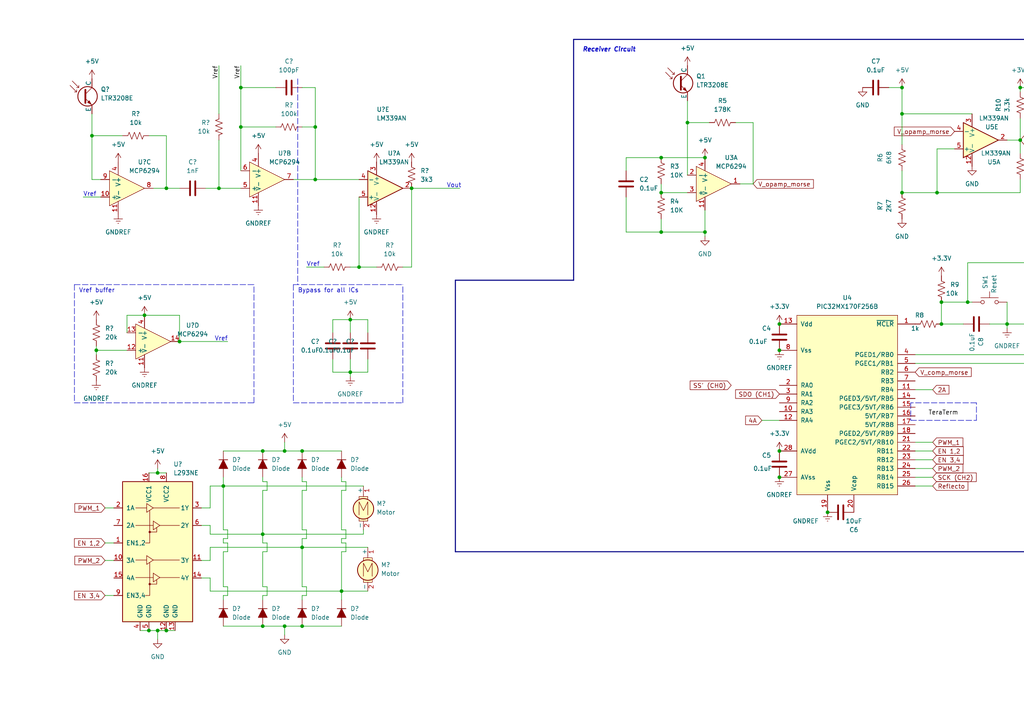
<source format=kicad_sch>
(kicad_sch (version 20211123) (generator eeschema)
  (paper "A4")
  (lib_symbols
    (symbol "218 spdl:Diode" (pin_numbers hide) (pin_names (offset 1.016) hide)
      (property "Reference" "D" (at 0 2.54 0))
      (property "Value" "Diode" (at 0 -2.54 0))
      (symbol "Diode_0_1"
        (polyline (pts (xy -1.27 1.27) (xy -1.27 -1.27)) (stroke (width 0.2032)))
        (polyline (pts (xy 1.27 0) (xy -1.27 0)))
        (polyline (pts (xy 1.27 1.27) (xy 1.27 -1.27) (xy -1.27 0) (xy 1.27 1.27)) (stroke (width 0.2032)) (fill (type outline)))
      )
      (symbol "Diode_1_1"
        (pin passive line (at -3.81 0 0) (length 2.54) (name "K") (number "1"))
        (pin passive line (at 3.81 0 180) (length 2.54) (name "A") (number "2"))
      )
    )
    (symbol "218 spdl:L293NE" (pin_names (offset 1.016))
      (property "Reference" "U" (at -5.08 26.035 0))
      (property "Value" "L293NE" (at -5.08 24.13 0))
      (symbol "L293NE_0_1"
        (rectangle (start -10.16 22.86) (end 10.16 -17.78) (stroke (width 0.254)) (fill (type background)))
        (circle (center -2.286 -6.858) (radius 0.254) (fill (type outline)))
        (circle (center -2.286 8.255) (radius 0.254) (fill (type outline)))
        (polyline (pts (xy -6.35 -4.953) (xy -1.27 -4.953)))
        (polyline (pts (xy -6.35 0.127) (xy -3.175 0.127)))
        (polyline (pts (xy -6.35 10.16) (xy -1.27 10.16)))
        (polyline (pts (xy -6.35 15.24) (xy -3.175 15.24)))
        (polyline (pts (xy -1.27 0.127) (xy 6.35 0.127)))
        (polyline (pts (xy -1.27 15.24) (xy 6.35 15.24)))
        (polyline (pts (xy 0.635 -4.953) (xy 6.35 -4.953)))
        (polyline (pts (xy 0.635 10.16) (xy 6.35 10.16)))
        (polyline (pts (xy -2.286 -6.858) (xy -0.254 -6.858) (xy -0.254 -5.588)))
        (polyline (pts (xy -2.286 -0.635) (xy -2.286 -10.16) (xy -3.556 -10.16)))
        (polyline (pts (xy -2.286 8.255) (xy -0.254 8.255) (xy -0.254 9.525)))
        (polyline (pts (xy -2.286 14.478) (xy -2.286 5.08) (xy -3.556 5.08)))
        (polyline (pts (xy -3.175 1.397) (xy -3.175 -1.143) (xy -1.27 0.127) (xy -3.175 1.397)))
        (polyline (pts (xy -3.175 16.51) (xy -3.175 13.97) (xy -1.27 15.24) (xy -3.175 16.51)))
        (polyline (pts (xy -1.27 -3.683) (xy -1.27 -6.223) (xy 0.635 -4.953) (xy -1.27 -3.683)))
        (polyline (pts (xy -1.27 11.43) (xy -1.27 8.89) (xy 0.635 10.16) (xy -1.27 11.43)))
      )
      (symbol "L293NE_1_1"
        (pin input line (at -12.7 5.08 0) (length 2.54) (name "EN1,2") (number "1"))
        (pin input line (at -12.7 0 0) (length 2.54) (name "3A") (number "10"))
        (pin output line (at 12.7 0 180) (length 2.54) (name "3Y") (number "11"))
        (pin power_in line (at 2.54 -20.32 90) (length 2.54) (name "GND") (number "12"))
        (pin power_in line (at 5.08 -20.32 90) (length 2.54) (name "GND") (number "13"))
        (pin output line (at 12.7 -5.08 180) (length 2.54) (name "4Y") (number "14"))
        (pin input line (at -12.7 -5.08 0) (length 2.54) (name "4A") (number "15"))
        (pin power_in line (at -2.54 25.4 270) (length 2.54) (name "VCC1") (number "16"))
        (pin input line (at -12.7 15.24 0) (length 2.54) (name "1A") (number "2"))
        (pin output line (at 12.7 15.24 180) (length 2.54) (name "1Y") (number "3"))
        (pin power_in line (at -5.08 -20.32 90) (length 2.54) (name "GND") (number "4"))
        (pin power_in line (at -2.54 -20.32 90) (length 2.54) (name "GND") (number "5"))
        (pin output line (at 12.7 10.16 180) (length 2.54) (name "2Y") (number "6"))
        (pin input line (at -12.7 10.16 0) (length 2.54) (name "2A") (number "7"))
        (pin power_in line (at 2.54 25.4 270) (length 2.54) (name "VCC2") (number "8"))
        (pin input line (at -12.7 -10.16 0) (length 2.54) (name "EN3,4") (number "9"))
      )
    )
    (symbol "218 spdl:Motor" (pin_names (offset 0))
      (property "Reference" "M" (at 2.54 2.54 0))
      (property "Value" "Motor" (at 2.54 -5.08 0))
      (symbol "Motor_0_0"
        (circle (center 0 -1.524) (radius 2.9718) (stroke (width 0.254)) (fill (type background)))
        (polyline (pts (xy -1.27 -4.318) (xy -1.27 -5.08) (xy 1.27 -5.08) (xy 1.27 -4.318)) (fill (type background)))
        (polyline (pts (xy -1.27 1.27) (xy -1.27 2.032) (xy 1.27 2.032) (xy 1.27 1.27)) (fill (type background)))
        (polyline (pts (xy -1.27 -3.302) (xy -1.27 0.508) (xy 0 -2.032) (xy 1.27 0.508) (xy 1.27 -3.302)))
      )
      (symbol "Motor_0_1"
        (polyline (pts (xy 0 2.032) (xy 0 2.54)))
      )
      (symbol "Motor_1_1"
        (pin passive line (at 0 5.08 270) (length 2.54) (name "+") (number "1"))
        (pin passive line (at 0 -7.62 90) (length 2.54) (name "-") (number "2"))
      )
    )
    (symbol "ME218_BaseLib:Cap" (pin_numbers hide) (pin_names (offset 0.254))
      (property "Reference" "C" (at 0.635 2.54 0))
      (property "Value" "Cap" (at 0.635 -2.54 0))
      (symbol "Cap_0_1"
        (polyline (pts (xy -2.032 -0.762) (xy 2.032 -0.762)) (stroke (width 0.508)))
        (polyline (pts (xy -2.032 0.762) (xy 2.032 0.762)) (stroke (width 0.508)))
      )
      (symbol "Cap_1_1"
        (pin passive line (at 0 3.81 270) (length 2.794) (name "~") (number "1"))
        (pin passive line (at 0 -3.81 90) (length 2.794) (name "~") (number "2"))
      )
    )
    (symbol "ME218_BaseLib:LM339AN" (pin_names (offset 0.127))
      (property "Reference" "U" (at 0 5.08 0))
      (property "Value" "LM339AN" (at 0 -5.08 0))
      (symbol "LM339AN_1_1"
        (polyline (pts (xy -5.08 5.08) (xy 5.08 0) (xy -5.08 -5.08) (xy -5.08 5.08)) (stroke (width 0.254)) (fill (type background)))
        (pin open_collector line (at 7.62 0 180) (length 2.54) (name "~") (number "2"))
        (pin input line (at -7.62 -2.54 0) (length 2.54) (name "-") (number "4"))
        (pin input line (at -7.62 2.54 0) (length 2.54) (name "+") (number "5"))
      )
      (symbol "LM339AN_2_1"
        (polyline (pts (xy -5.08 5.08) (xy 5.08 0) (xy -5.08 -5.08) (xy -5.08 5.08)) (stroke (width 0.254)) (fill (type background)))
        (pin open_collector line (at 7.62 0 180) (length 2.54) (name "~") (number "1"))
        (pin input line (at -7.62 -2.54 0) (length 2.54) (name "-") (number "6"))
        (pin input line (at -7.62 2.54 0) (length 2.54) (name "+") (number "7"))
      )
      (symbol "LM339AN_3_1"
        (polyline (pts (xy -5.08 5.08) (xy 5.08 0) (xy -5.08 -5.08) (xy -5.08 5.08)) (stroke (width 0.254)) (fill (type background)))
        (pin input line (at -7.62 -2.54 0) (length 2.54) (name "-") (number "10"))
        (pin input line (at -7.62 2.54 0) (length 2.54) (name "+") (number "11"))
        (pin open_collector line (at 7.62 0 180) (length 2.54) (name "~") (number "13"))
      )
      (symbol "LM339AN_4_1"
        (polyline (pts (xy -5.08 5.08) (xy 5.08 0) (xy -5.08 -5.08) (xy -5.08 5.08)) (stroke (width 0.254)) (fill (type background)))
        (pin open_collector line (at 7.62 0 180) (length 2.54) (name "~") (number "14"))
        (pin input line (at -7.62 -2.54 0) (length 2.54) (name "-") (number "8"))
        (pin input line (at -7.62 2.54 0) (length 2.54) (name "+") (number "9"))
      )
      (symbol "LM339AN_5_1"
        (pin power_in line (at -2.54 -7.62 90) (length 3.81) (name "V-") (number "12"))
        (pin power_in line (at -2.54 7.62 270) (length 3.81) (name "V+") (number "3"))
      )
    )
    (symbol "ME218_BaseLib:MCP6294"
      (property "Reference" "U" (at 1.27 5.08 0))
      (property "Value" "MCP6294" (at 3.81 -5.08 0))
      (symbol "MCP6294_0_1"
        (polyline (pts (xy -5.08 5.08) (xy 5.08 0) (xy -5.08 -5.08) (xy -5.08 5.08)) (stroke (width 0.1524)) (fill (type background)))
        (pin power_in line (at -2.54 -7.62 90) (length 3.81) (name "V-") (number "11"))
        (pin power_in line (at -2.54 7.62 270) (length 3.81) (name "V+") (number "4"))
      )
      (symbol "MCP6294_1_1"
        (pin output line (at 7.62 0 180) (length 2.54) (name "~") (number "1"))
        (pin input line (at -7.62 2.54 0) (length 2.54) (name "-") (number "2"))
        (pin input line (at -7.62 -2.54 0) (length 2.54) (name "+") (number "3"))
      )
      (symbol "MCP6294_2_1"
        (pin input line (at -7.62 -2.54 0) (length 2.54) (name "+") (number "5"))
        (pin input line (at -7.62 2.54 0) (length 2.54) (name "-") (number "6"))
        (pin output line (at 7.62 0 180) (length 2.54) (name "~") (number "7"))
      )
      (symbol "MCP6294_3_1"
        (pin input line (at -7.62 -2.54 0) (length 2.54) (name "+") (number "10"))
        (pin output line (at 7.62 0 180) (length 2.54) (name "~") (number "8"))
        (pin input line (at -7.62 2.54 0) (length 2.54) (name "-") (number "9"))
      )
      (symbol "MCP6294_4_1"
        (pin input line (at -7.62 -2.54 0) (length 2.54) (name "+") (number "12"))
        (pin input line (at -7.62 2.54 0) (length 2.54) (name "-") (number "13"))
        (pin output line (at 7.62 0 180) (length 2.54) (name "~") (number "14"))
      )
    )
    (symbol "ME218_BaseLib:MPLAB_Snap" (pin_names (offset 1.016))
      (property "Reference" "PRG" (at 0 8.89 0))
      (property "Value" "MPLAB_Snap" (at 8.89 1.27 90))
      (symbol "MPLAB_Snap_0_1"
        (rectangle (start -6.35 7.62) (end 6.35 -7.62) (stroke (width 0.254)) (fill (type background)))
      )
      (symbol "MPLAB_Snap_1_1"
        (pin output line (at -11.43 5.08 0) (length 5.08) (name "~{MCLR}/Vpp") (number "1"))
        (pin input line (at -11.43 2.54 0) (length 5.08) (name "Vdd") (number "2"))
        (pin input line (at -11.43 0 0) (length 5.08) (name "Vss") (number "3"))
        (pin bidirectional line (at -11.43 -2.54 0) (length 5.08) (name "PGData") (number "4"))
        (pin output clock (at -11.43 -5.08 0) (length 5.08) (name "PGClk") (number "5"))
        (pin no_connect line (at -2.54 -11.43 0) (length 5.08) hide (name "NC") (number "6"))
        (pin no_connect line (at -2.54 -13.97 0) (length 5.08) hide (name "NC") (number "7"))
        (pin no_connect line (at -2.54 -16.51 0) (length 5.08) hide (name "NC") (number "8"))
      )
    )
    (symbol "ME218_BaseLib:PIC32MX170F256B" (pin_names (offset 1.016))
      (property "Reference" "U" (at -20.32 25.4 0))
      (property "Value" "PIC32MX170F256B" (at -7.62 25.4 0))
      (symbol "PIC32MX170F256B_0_1"
        (rectangle (start -21.59 24.13) (end 7.62 -27.94) (fill (type background)))
      )
      (symbol "PIC32MX170F256B_1_1"
        (pin input line (at 12.7 21.59 180) (length 5.08) (name "~{MCLR}") (number "1"))
        (pin bidirectional line (at -26.67 -3.81 0) (length 5.08) (name "RA3") (number "10"))
        (pin bidirectional line (at 12.7 2.54 180) (length 5.08) (name "RB4") (number "11"))
        (pin bidirectional line (at -26.67 -6.35 0) (length 5.08) (name "RA4") (number "12"))
        (pin power_in line (at -26.67 21.59 0) (length 5.08) (name "Vdd") (number "13"))
        (pin bidirectional line (at 12.7 0 180) (length 5.08) (name "PGED3/5VT/RB5") (number "14"))
        (pin bidirectional line (at 12.7 -2.54 180) (length 5.08) (name "PGEC3/5VT/RB6") (number "15"))
        (pin bidirectional line (at 12.7 -5.08 180) (length 5.08) (name "5VT/RB7") (number "16"))
        (pin bidirectional line (at 12.7 -7.62 180) (length 5.08) (name "5VT/RB8") (number "17"))
        (pin bidirectional line (at 12.7 -10.16 180) (length 5.08) (name "PGED2/5VT/RB9") (number "18"))
        (pin power_in line (at -12.7 -33.02 90) (length 5.08) (name "Vss") (number "19"))
        (pin bidirectional line (at -26.67 3.81 0) (length 5.08) (name "RA0") (number "2"))
        (pin input line (at -5.08 -33.02 90) (length 5.08) (name "Vcap") (number "20"))
        (pin bidirectional line (at 12.7 -12.7 180) (length 5.08) (name "PGEC2/5VT/RB10") (number "21"))
        (pin bidirectional line (at 12.7 -15.24 180) (length 5.08) (name "RB11") (number "22"))
        (pin bidirectional line (at 12.7 -17.78 180) (length 5.08) (name "RB12") (number "23"))
        (pin bidirectional line (at 12.7 -20.32 180) (length 5.08) (name "RB13") (number "24"))
        (pin bidirectional line (at 12.7 -22.86 180) (length 5.08) (name "RB14") (number "25"))
        (pin bidirectional line (at 12.7 -25.4 180) (length 5.08) (name "RB15") (number "26"))
        (pin power_in line (at -26.67 -22.86 0) (length 5.08) (name "AVss") (number "27"))
        (pin power_in line (at -26.67 -15.24 0) (length 5.08) (name "AVdd") (number "28"))
        (pin bidirectional line (at -26.67 1.27 0) (length 5.08) (name "RA1") (number "3"))
        (pin bidirectional line (at 12.7 12.7 180) (length 5.08) (name "PGED1/RB0") (number "4"))
        (pin bidirectional line (at 12.7 10.16 180) (length 5.08) (name "PGEC1/RB1") (number "5"))
        (pin bidirectional line (at 12.7 7.62 180) (length 5.08) (name "RB2") (number "6"))
        (pin bidirectional line (at 12.7 5.08 180) (length 5.08) (name "RB3") (number "7"))
        (pin power_in line (at -26.67 13.97 0) (length 5.08) (name "Vss") (number "8"))
        (pin bidirectional line (at -26.67 -1.27 0) (length 5.08) (name "RA2") (number "9"))
      )
    )
    (symbol "ME218_BaseLib:Photo_NPN" (pin_numbers hide) (pin_names (offset 0))
      (property "Reference" "Q" (at 5.08 1.27 0))
      (property "Value" "Photo_NPN" (at 5.08 -1.27 0))
      (symbol "Photo_NPN_0_1"
        (polyline (pts (xy -1.905 1.27) (xy -2.54 1.27)))
        (polyline (pts (xy -1.27 2.54) (xy -1.905 2.54)))
        (polyline (pts (xy 0.635 0.635) (xy 2.54 2.54)))
        (polyline (pts (xy -3.81 3.175) (xy -1.905 1.27) (xy -1.905 1.905)))
        (polyline (pts (xy -3.175 4.445) (xy -1.27 2.54) (xy -1.27 3.175)))
        (polyline (pts (xy 0.635 -0.635) (xy 2.54 -2.54) (xy 2.54 -2.54)))
        (polyline (pts (xy 0.635 1.905) (xy 0.635 -1.905) (xy 0.635 -1.905)) (stroke (width 0.508)))
        (polyline (pts (xy 1.27 -1.778) (xy 1.778 -1.27) (xy 2.286 -2.286) (xy 1.27 -1.778) (xy 1.27 -1.778)) (fill (type outline)))
        (circle (center 1.27 0) (radius 2.8194) (stroke (width 0.254)))
      )
      (symbol "Photo_NPN_1_1"
        (pin passive line (at 2.54 5.08 270) (length 2.54) (name "C") (number "1"))
        (pin passive line (at 2.54 -5.08 90) (length 2.54) (name "E") (number "2"))
      )
    )
    (symbol "ME218_BaseLib:Res1" (pin_numbers hide) (pin_names (offset 0))
      (property "Reference" "R" (at 2.54 0 90))
      (property "Value" "Res1" (at -2.54 0 90))
      (symbol "Res1_0_1"
        (polyline (pts (xy 0 -2.286) (xy 0 -2.54)))
        (polyline (pts (xy 0 2.286) (xy 0 2.54)))
        (polyline (pts (xy 0 -0.762) (xy 1.016 -1.143) (xy 0 -1.524) (xy -1.016 -1.905) (xy 0 -2.286)))
        (polyline (pts (xy 0 0.762) (xy 1.016 0.381) (xy 0 0) (xy -1.016 -0.381) (xy 0 -0.762)))
        (polyline (pts (xy 0 2.286) (xy 1.016 1.905) (xy 0 1.524) (xy -1.016 1.143) (xy 0 0.762)))
      )
      (symbol "Res1_1_1"
        (pin passive line (at 0 3.81 270) (length 1.27) (name "~") (number "1"))
        (pin passive line (at 0 -3.81 90) (length 1.27) (name "~") (number "2"))
      )
    )
    (symbol "ME218_BaseLib:SW-PB" (pin_numbers hide) (pin_names (offset 1.016) hide)
      (property "Reference" "SW" (at 1.27 2.54 0))
      (property "Value" "SW-PB" (at 0 -1.524 0))
      (symbol "SW-PB_0_1"
        (circle (center -2.032 0) (radius 0.508))
        (polyline (pts (xy 0 1.27) (xy 0 3.048)))
        (polyline (pts (xy 2.54 1.27) (xy -2.54 1.27)))
        (circle (center 2.032 0) (radius 0.508))
        (pin passive line (at -5.08 0 0) (length 2.54) (name "1") (number "1"))
        (pin passive line (at 5.08 0 180) (length 2.54) (name "2") (number "2"))
      )
    )
    (symbol "power:+3.3V" (power) (pin_names (offset 0))
      (property "Value" "+3.3V" (at 0 3.556 0))
      (symbol "+3.3V_0_1"
        (polyline (pts (xy -0.762 1.27) (xy 0 2.54)))
        (polyline (pts (xy 0 0) (xy 0 2.54)))
        (polyline (pts (xy 0 2.54) (xy 0.762 1.27)))
      )
      (symbol "+3.3V_1_1"
        (pin power_in line (at 0 0 90) (length 0) hide (name "+3.3V") (number "1"))
      )
    )
    (symbol "power:+3V3" (power) (pin_names (offset 0))
      (property "Value" "+3V3" (at 0 3.556 0))
      (symbol "+3V3_0_1"
        (polyline (pts (xy -0.762 1.27) (xy 0 2.54)))
        (polyline (pts (xy 0 0) (xy 0 2.54)))
        (polyline (pts (xy 0 2.54) (xy 0.762 1.27)))
      )
      (symbol "+3V3_1_1"
        (pin power_in line (at 0 0 90) (length 0) hide (name "+3V3") (number "1"))
      )
    )
    (symbol "power:+5V" (power) (pin_names (offset 0))
      (property "Value" "+5V" (at 0 3.556 0))
      (symbol "+5V_0_1"
        (polyline (pts (xy -0.762 1.27) (xy 0 2.54)))
        (polyline (pts (xy 0 0) (xy 0 2.54)))
        (polyline (pts (xy 0 2.54) (xy 0.762 1.27)))
      )
      (symbol "+5V_1_1"
        (pin power_in line (at 0 0 90) (length 0) hide (name "+5V") (number "1"))
      )
    )
    (symbol "power:GND" (power) (pin_names (offset 0))
      (property "Value" "GND" (at 0 -3.81 0))
      (symbol "GND_0_1"
        (polyline (pts (xy 0 0) (xy 0 -1.27) (xy 1.27 -1.27) (xy 0 -2.54) (xy -1.27 -1.27) (xy 0 -1.27)))
      )
      (symbol "GND_1_1"
        (pin power_in line (at 0 0 270) (length 0) hide (name "GND") (number "1"))
      )
    )
    (symbol "power:GNDREF" (power) (pin_names (offset 0))
      (property "Value" "GNDREF" (at 0 -3.81 0))
      (symbol "GNDREF_0_1"
        (polyline (pts (xy -0.635 -1.905) (xy 0.635 -1.905)))
        (polyline (pts (xy -0.127 -2.54) (xy 0.127 -2.54)))
        (polyline (pts (xy 0 -1.27) (xy 0 0)))
        (polyline (pts (xy 1.27 -1.27) (xy -1.27 -1.27)))
      )
      (symbol "GNDREF_1_1"
        (pin power_in line (at 0 0 270) (length 0) hide (name "GNDREF") (number "1"))
      )
    )
  )
  (junction (at 204.47 45.72))
  (junction (at 199.39 35.56))
  (junction (at 76.2 181.61))
  (junction (at 226.06 130.81))
  (junction (at 204.47 67.31))
  (junction (at 48.26 182.88))
  (junction (at 273.05 93.98))
  (junction (at 261.62 33.02))
  (junction (at 280.67 87.63))
  (junction (at 91.44 36.83))
  (junction (at 41.91 91.44))
  (junction (at 191.77 55.88))
  (junction (at 87.63 181.61))
  (junction (at 191.77 45.72))
  (junction (at 101.6 107.95))
  (junction (at 82.55 181.61))
  (junction (at 261.62 55.88))
  (junction (at 226.06 93.98))
  (junction (at 91.44 52.07))
  (junction (at 240.03 148.59))
  (junction (at 226.06 138.43))
  (junction (at 45.72 182.88))
  (junction (at 87.63 130.81))
  (junction (at 76.2 130.81))
  (junction (at 295.91 40.64))
  (junction (at 261.62 25.4))
  (junction (at 63.5 54.61))
  (junction (at 295.91 25.4))
  (junction (at 119.38 54.61))
  (junction (at 226.06 101.6))
  (junction (at 82.55 130.81))
  (junction (at 27.94 101.6))
  (junction (at 292.1 93.98))
  (junction (at 99.06 171.45))
  (junction (at 43.18 182.88))
  (junction (at 64.77 140.97))
  (junction (at 69.85 36.83))
  (junction (at 48.26 54.61))
  (junction (at 69.85 25.4))
  (junction (at 45.72 137.16))
  (junction (at 271.78 55.88))
  (junction (at 87.63 158.75))
  (junction (at 191.77 67.31))
  (junction (at 26.67 39.37))
  (junction (at 101.6 92.71))
  (junction (at 104.14 77.47))
  (junction (at 76.2 154.94))
  (junction (at 273.05 87.63))
  (junction (at 52.07 99.06))
  (wire (pts (xy 91.44 52.07) (xy 104.14 52.07)))
  (wire (pts (xy 91.44 36.83) (xy 91.44 52.07)))
  (wire (pts (xy 45.72 182.88) (xy 48.26 182.88)))
  (wire (pts (xy 88.9 153.67) (xy 88.9 156.21)))
  (wire (pts (xy 43.18 137.16) (xy 45.72 137.16)))
  (wire (pts (xy 271.78 43.18) (xy 276.86 43.18)))
  (wire (pts (xy 106.68 104.14) (xy 106.68 107.95)))
  (wire (pts (xy 41.91 91.44) (xy 52.07 91.44)))
  (wire (pts (xy 82.55 128.27) (xy 82.55 130.81)))
  (wire (pts (xy 69.85 19.05) (xy 69.85 25.4)))
  (wire (pts (xy 261.62 25.4) (xy 261.62 33.02)))
  (wire (pts (xy 58.42 167.64) (xy 60.96 167.64)))
  (wire (pts (xy 308.61 97.79) (xy 306.07 97.79)))
  (wire (pts (xy 76.2 170.18) (xy 76.2 160.02)))
  (wire (pts (xy 280.67 87.63) (xy 273.05 87.63)))
  (wire (pts (xy 271.78 55.88) (xy 295.91 55.88)))
  (wire (pts (xy 100.33 157.48) (xy 100.33 160.02)))
  (wire (pts (xy 99.06 153.67) (xy 100.33 153.67)))
  (wire (pts (xy 87.63 25.4) (xy 91.44 25.4)))
  (wire (pts (xy 30.48 147.32) (xy 33.02 147.32)))
  (wire (pts (xy 261.62 41.91) (xy 261.62 33.02)))
  (wire (pts (xy 281.94 87.63) (xy 280.67 87.63)))
  (wire (pts (xy 58.42 162.56) (xy 60.96 162.56)))
  (wire (pts (xy 100.33 139.7) (xy 100.33 142.24)))
  (wire (pts (xy 64.77 160.02) (xy 66.04 160.02)))
  (wire (pts (xy 91.44 25.4) (xy 91.44 36.83)))
  (wire (pts (xy 26.67 39.37) (xy 35.56 39.37)))
  (wire (pts (xy 295.91 26.67) (xy 295.91 25.4)))
  (wire (pts (xy 69.85 49.53) (xy 69.85 36.83)))
  (wire (pts (xy 77.47 139.7) (xy 77.47 142.24)))
  (wire (pts (xy 181.61 45.72) (xy 191.77 45.72)))
  (wire (pts (xy 77.47 172.72) (xy 77.47 170.18)))
  (wire (pts (xy 26.67 52.07) (xy 29.21 52.07)))
  (wire (pts (xy 116.84 77.47) (xy 119.38 77.47)))
  (wire (pts (xy 181.61 57.15) (xy 181.61 67.31)))
  (wire (pts (xy 308.61 95.25) (xy 308.61 76.2)))
  (wire (pts (xy 76.2 181.61) (xy 82.55 181.61)))
  (wire (pts (xy 64.77 170.18) (xy 64.77 160.02)))
  (wire (pts (xy 60.96 140.97) (xy 64.77 140.97)))
  (wire (pts (xy 199.39 35.56) (xy 205.74 35.56)))
  (wire (pts (xy 265.43 138.43) (xy 270.51 138.43)))
  (wire (pts (xy 64.77 140.97) (xy 105.41 140.97)))
  (wire (pts (xy 77.47 157.48) (xy 76.2 157.48)))
  (wire (pts (xy 295.91 25.4) (xy 302.26 25.4)))
  (wire (pts (xy 87.63 173.99) (xy 87.63 172.72)))
  (wire (pts (xy 45.72 137.16) (xy 48.26 137.16)))
  (wire (pts (xy 273.05 93.98) (xy 279.4 93.98)))
  (wire (pts (xy 303.53 93.98) (xy 303.53 100.33)))
  (wire (pts (xy 27.94 101.6) (xy 27.94 102.87)))
  (wire (pts (xy 76.2 154.94) (xy 76.2 157.48)))
  (wire (pts (xy 101.6 104.14) (xy 101.6 107.95)))
  (wire (pts (xy 87.63 158.75) (xy 106.68 158.75)))
  (polyline (pts (xy 116.84 116.84) (xy 116.84 82.55)))
  (wire (pts (xy 308.61 100.33) (xy 303.53 100.33)))
  (wire (pts (xy 265.43 102.87) (xy 308.61 102.87)))
  (wire (pts (xy 76.2 173.99) (xy 76.2 172.72)))
  (wire (pts (xy 100.33 153.67) (xy 100.33 156.21)))
  (wire (pts (xy 60.96 154.94) (xy 60.96 152.4)))
  (wire (pts (xy 306.07 93.98) (xy 306.07 97.79)))
  (wire (pts (xy 96.52 107.95) (xy 101.6 107.95)))
  (bus (pts (xy 166.37 11.43) (xy 327.66 11.43)))
  (wire (pts (xy 60.96 171.45) (xy 99.06 171.45)))
  (wire (pts (xy 100.33 160.02) (xy 99.06 160.02)))
  (wire (pts (xy 265.43 130.81) (xy 270.51 130.81)))
  (wire (pts (xy 43.18 182.88) (xy 45.72 182.88)))
  (wire (pts (xy 181.61 67.31) (xy 191.77 67.31)))
  (wire (pts (xy 295.91 44.45) (xy 295.91 40.64)))
  (wire (pts (xy 82.55 181.61) (xy 87.63 181.61)))
  (wire (pts (xy 191.77 55.88) (xy 199.39 55.88)))
  (wire (pts (xy 99.06 160.02) (xy 99.06 171.45)))
  (polyline (pts (xy 21.59 82.55) (xy 21.59 116.84)))
  (polyline (pts (xy 21.59 116.84) (xy 73.66 116.84)))
  (polyline (pts (xy 86.36 22.86) (xy 86.36 82.55)))
  (wire (pts (xy 66.04 157.48) (xy 64.77 157.48)))
  (wire (pts (xy 52.07 99.06) (xy 66.04 99.06)))
  (wire (pts (xy 99.06 156.21) (xy 99.06 157.48)))
  (wire (pts (xy 60.96 162.56) (xy 60.96 158.75)))
  (wire (pts (xy 66.04 153.67) (xy 64.77 153.67)))
  (wire (pts (xy 87.63 153.67) (xy 88.9 153.67)))
  (wire (pts (xy 63.5 40.64) (xy 63.5 54.61)))
  (wire (pts (xy 191.77 45.72) (xy 204.47 45.72)))
  (polyline (pts (xy 73.66 116.84) (xy 73.66 82.55)))
  (wire (pts (xy 99.06 171.45) (xy 106.68 171.45)))
  (wire (pts (xy 261.62 49.53) (xy 261.62 55.88)))
  (wire (pts (xy 104.14 57.15) (xy 104.14 77.47)))
  (polyline (pts (xy 85.09 82.55) (xy 85.09 116.84)))
  (wire (pts (xy 30.48 162.56) (xy 33.02 162.56)))
  (wire (pts (xy 36.83 96.52) (xy 36.83 91.44)))
  (polyline (pts (xy 85.09 116.84) (xy 116.84 116.84)))
  (wire (pts (xy 45.72 182.88) (xy 45.72 185.42)))
  (wire (pts (xy 64.77 172.72) (xy 66.04 172.72)))
  (bus (pts (xy 166.37 81.28) (xy 132.08 81.28)))
  (wire (pts (xy 218.44 53.34) (xy 214.63 53.34)))
  (wire (pts (xy 88.9 170.18) (xy 87.63 170.18)))
  (wire (pts (xy 64.77 157.48) (xy 64.77 156.21)))
  (wire (pts (xy 43.18 39.37) (xy 48.26 39.37)))
  (wire (pts (xy 77.47 142.24) (xy 76.2 142.24)))
  (bus (pts (xy 132.08 160.02) (xy 327.66 160.02)))
  (wire (pts (xy 181.61 49.53) (xy 181.61 45.72)))
  (wire (pts (xy 218.44 35.56) (xy 218.44 53.34)))
  (wire (pts (xy 280.67 76.2) (xy 280.67 87.63)))
  (wire (pts (xy 87.63 181.61) (xy 99.06 181.61)))
  (wire (pts (xy 101.6 92.71) (xy 106.68 92.71)))
  (wire (pts (xy 26.67 39.37) (xy 26.67 52.07)))
  (bus (pts (xy 327.66 160.02) (xy 327.66 11.43)))
  (wire (pts (xy 87.63 138.43) (xy 87.63 139.7)))
  (wire (pts (xy 101.6 92.71) (xy 101.6 96.52)))
  (wire (pts (xy 101.6 109.22) (xy 101.6 107.95)))
  (wire (pts (xy 24.13 57.15) (xy 29.21 57.15)))
  (polyline (pts (xy 283.21 121.92) (xy 283.21 116.84)))
  (wire (pts (xy 76.2 138.43) (xy 76.2 139.7)))
  (wire (pts (xy 87.63 142.24) (xy 87.63 153.67)))
  (wire (pts (xy 265.43 128.27) (xy 270.51 128.27)))
  (wire (pts (xy 87.63 36.83) (xy 91.44 36.83)))
  (wire (pts (xy 101.6 107.95) (xy 106.68 107.95)))
  (wire (pts (xy 265.43 133.35) (xy 270.51 133.35)))
  (wire (pts (xy 60.96 152.4) (xy 58.42 152.4)))
  (wire (pts (xy 104.14 77.47) (xy 109.22 77.47)))
  (wire (pts (xy 48.26 39.37) (xy 48.26 54.61)))
  (wire (pts (xy 292.1 93.98) (xy 303.53 93.98)))
  (wire (pts (xy 213.36 35.56) (xy 218.44 35.56)))
  (wire (pts (xy 82.55 181.61) (xy 82.55 184.15)))
  (polyline (pts (xy 85.09 82.55) (xy 116.84 82.55)))
  (wire (pts (xy 96.52 104.14) (xy 96.52 107.95)))
  (wire (pts (xy 99.06 171.45) (xy 99.06 173.99)))
  (wire (pts (xy 64.77 140.97) (xy 64.77 153.67)))
  (polyline (pts (xy 264.16 116.84) (xy 264.16 121.92)))
  (wire (pts (xy 199.39 35.56) (xy 199.39 50.8)))
  (bus (pts (xy 166.37 11.43) (xy 166.37 81.28)))
  (wire (pts (xy 64.77 138.43) (xy 64.77 140.97)))
  (wire (pts (xy 26.67 33.02) (xy 26.67 39.37)))
  (polyline (pts (xy 264.16 121.92) (xy 283.21 121.92)))
  (wire (pts (xy 76.2 139.7) (xy 77.47 139.7)))
  (wire (pts (xy 261.62 55.88) (xy 271.78 55.88)))
  (wire (pts (xy 52.07 91.44) (xy 52.07 99.06)))
  (wire (pts (xy 96.52 92.71) (xy 96.52 96.52)))
  (wire (pts (xy 191.77 53.34) (xy 191.77 55.88)))
  (wire (pts (xy 88.9 172.72) (xy 88.9 170.18)))
  (wire (pts (xy 99.06 138.43) (xy 99.06 139.7)))
  (wire (pts (xy 48.26 54.61) (xy 52.07 54.61)))
  (wire (pts (xy 87.63 158.75) (xy 87.63 170.18)))
  (wire (pts (xy 119.38 54.61) (xy 133.35 54.61)))
  (polyline (pts (xy 21.59 82.55) (xy 73.66 82.55)))
  (wire (pts (xy 85.09 52.07) (xy 91.44 52.07)))
  (wire (pts (xy 87.63 156.21) (xy 87.63 158.75)))
  (wire (pts (xy 60.96 147.32) (xy 60.96 140.97)))
  (wire (pts (xy 295.91 40.64) (xy 292.1 40.64)))
  (wire (pts (xy 88.9 142.24) (xy 87.63 142.24)))
  (wire (pts (xy 119.38 54.61) (xy 119.38 77.47)))
  (wire (pts (xy 77.47 170.18) (xy 76.2 170.18)))
  (wire (pts (xy 87.63 172.72) (xy 88.9 172.72)))
  (wire (pts (xy 60.96 167.64) (xy 60.96 171.45)))
  (wire (pts (xy 63.5 54.61) (xy 69.85 54.61)))
  (polyline (pts (xy 283.21 116.84) (xy 264.16 116.84)))
  (wire (pts (xy 69.85 25.4) (xy 69.85 36.83)))
  (wire (pts (xy 48.26 182.88) (xy 50.8 182.88)))
  (wire (pts (xy 30.48 172.72) (xy 33.02 172.72)))
  (wire (pts (xy 220.98 121.92) (xy 226.06 121.92)))
  (wire (pts (xy 105.41 153.67) (xy 105.41 154.94)))
  (wire (pts (xy 80.01 25.4) (xy 69.85 25.4)))
  (wire (pts (xy 64.77 156.21) (xy 66.04 156.21)))
  (wire (pts (xy 204.47 68.58) (xy 204.47 67.31)))
  (wire (pts (xy 99.06 157.48) (xy 100.33 157.48)))
  (wire (pts (xy 76.2 130.81) (xy 82.55 130.81)))
  (wire (pts (xy 295.91 34.29) (xy 295.91 40.64)))
  (wire (pts (xy 88.9 156.21) (xy 87.63 156.21)))
  (wire (pts (xy 99.06 139.7) (xy 100.33 139.7)))
  (wire (pts (xy 295.91 55.88) (xy 295.91 52.07)))
  (wire (pts (xy 292.1 87.63) (xy 292.1 93.98)))
  (wire (pts (xy 66.04 172.72) (xy 66.04 170.18)))
  (wire (pts (xy 64.77 173.99) (xy 64.77 172.72)))
  (wire (pts (xy 87.63 139.7) (xy 88.9 139.7)))
  (wire (pts (xy 44.45 54.61) (xy 48.26 54.61)))
  (wire (pts (xy 292.1 93.98) (xy 292.1 95.25)))
  (wire (pts (xy 27.94 101.6) (xy 36.83 101.6)))
  (wire (pts (xy 76.2 172.72) (xy 77.47 172.72)))
  (wire (pts (xy 77.47 160.02) (xy 77.47 157.48)))
  (wire (pts (xy 100.33 156.21) (xy 99.06 156.21)))
  (wire (pts (xy 88.9 139.7) (xy 88.9 142.24)))
  (wire (pts (xy 265.43 135.89) (xy 270.51 135.89)))
  (wire (pts (xy 265.43 105.41) (xy 308.61 105.41)))
  (wire (pts (xy 60.96 154.94) (xy 76.2 154.94)))
  (wire (pts (xy 63.5 19.05) (xy 63.5 33.02)))
  (wire (pts (xy 66.04 156.21) (xy 66.04 153.67)))
  (wire (pts (xy 58.42 147.32) (xy 60.96 147.32)))
  (wire (pts (xy 273.05 87.63) (xy 273.05 93.98)))
  (wire (pts (xy 101.6 77.47) (xy 104.14 77.47)))
  (wire (pts (xy 265.43 140.97) (xy 270.51 140.97)))
  (wire (pts (xy 36.83 91.44) (xy 41.91 91.44)))
  (bus (pts (xy 132.08 81.28) (xy 132.08 160.02)))
  (wire (pts (xy 76.2 154.94) (xy 105.41 154.94)))
  (wire (pts (xy 99.06 142.24) (xy 99.06 153.67)))
  (wire (pts (xy 199.39 29.21) (xy 199.39 35.56)))
  (wire (pts (xy 106.68 92.71) (xy 106.68 96.52)))
  (wire (pts (xy 82.55 130.81) (xy 87.63 130.81)))
  (wire (pts (xy 271.78 43.18) (xy 271.78 55.88)))
  (wire (pts (xy 45.72 135.89) (xy 45.72 137.16)))
  (wire (pts (xy 40.64 182.88) (xy 43.18 182.88)))
  (wire (pts (xy 87.63 130.81) (xy 99.06 130.81)))
  (wire (pts (xy 76.2 142.24) (xy 76.2 154.94)))
  (wire (pts (xy 287.02 93.98) (xy 292.1 93.98)))
  (wire (pts (xy 261.62 33.02) (xy 281.94 33.02)))
  (wire (pts (xy 191.77 63.5) (xy 191.77 67.31)))
  (wire (pts (xy 60.96 158.75) (xy 87.63 158.75)))
  (wire (pts (xy 30.48 157.48) (xy 33.02 157.48)))
  (wire (pts (xy 257.81 25.4) (xy 261.62 25.4)))
  (wire (pts (xy 100.33 142.24) (xy 99.06 142.24)))
  (wire (pts (xy 64.77 181.61) (xy 76.2 181.61)))
  (wire (pts (xy 76.2 160.02) (xy 77.47 160.02)))
  (wire (pts (xy 204.47 67.31) (xy 204.47 60.96)))
  (wire (pts (xy 88.9 77.47) (xy 93.98 77.47)))
  (wire (pts (xy 59.69 54.61) (xy 63.5 54.61)))
  (wire (pts (xy 66.04 170.18) (xy 64.77 170.18)))
  (wire (pts (xy 265.43 113.03) (xy 270.51 113.03)))
  (wire (pts (xy 280.67 76.2) (xy 308.61 76.2)))
  (wire (pts (xy 69.85 36.83) (xy 80.01 36.83)))
  (wire (pts (xy 66.04 160.02) (xy 66.04 157.48)))
  (wire (pts (xy 27.94 100.33) (xy 27.94 101.6)))
  (wire (pts (xy 64.77 130.81) (xy 76.2 130.81)))
  (wire (pts (xy 191.77 67.31) (xy 204.47 67.31)))
  (wire (pts (xy 96.52 92.71) (xy 101.6 92.71)))
  (text "Vref" (at 62.23 99.06 0) (effects (font (size 1.27 1.27)) (justify left bottom)))
  (text "Receiver Circuit" (at 168.91 15.24 0) (effects (font (size 1.27 1.27) (thickness 0.254) bold italic) (justify left bottom)))
  (text "Vref" (at 24.13 57.15 0) (effects (font (size 1.27 1.27)) (justify left bottom)))
  (text "Vout" (at 129.54 54.61 0) (effects (font (size 1.27 1.27)) (justify left bottom)))
  (text "Vref buffer" (at 22.86 85.09 0) (effects (font (size 1.27 1.27)) (justify left bottom)))
  (text "Bypass for all ICs\n" (at 86.36 85.09 0) (effects (font (size 1.27 1.27)) (justify left bottom)))
  (text "Vref" (at 88.9 77.47 0) (effects (font (size 1.27 1.27)) (justify left bottom)))
  (label "Vref" (at 63.5 22.86 90))
  (label "TeraTerm" (at 269.24 120.65 0))
  (label "Vref" (at 69.85 22.86 90))
  (global_label "EN 3,4" (shape input) (at 270.51 133.35 0) (property "Intersheet References" "${INTERSHEET_REFS}" (effects hide)))
  (global_label "EN 3,4" (shape input) (at 30.48 172.72 180) (property "Intersheet References" "${INTERSHEET_REFS}" (effects hide)))
  (global_label "SS' (CH0)" (shape input) (at 212.09 111.76 180) (property "Intersheet References" "${INTERSHEET_REFS}" (effects hide)))
  (global_label "2A" (shape input) (at 270.51 113.03 0) (property "Intersheet References" "${INTERSHEET_REFS}" (effects hide)))
  (global_label "EN 1,2" (shape input) (at 30.48 157.48 180) (property "Intersheet References" "${INTERSHEET_REFS}" (effects hide)))
  (global_label "V_comp_morse" (shape input) (at 295.91 40.64 0) (property "Intersheet References" "${INTERSHEET_REFS}" (effects hide)))
  (global_label "V_opamp_morse" (shape input) (at 218.44 53.34 0) (property "Intersheet References" "${INTERSHEET_REFS}" (effects hide)))
  (global_label "Reflecto" (shape input) (at 270.51 140.97 0) (property "Intersheet References" "${INTERSHEET_REFS}" (effects hide)))
  (global_label "V_opamp_morse" (shape input) (at 276.86 38.1 180) (property "Intersheet References" "${INTERSHEET_REFS}" (effects hide)))
  (global_label "4A" (shape input) (at 220.98 121.92 180) (property "Intersheet References" "${INTERSHEET_REFS}" (effects hide)))
  (global_label "V_comp_morse" (shape input) (at 265.43 107.95 0) (property "Intersheet References" "${INTERSHEET_REFS}" (effects hide)))
  (global_label "EN 1,2" (shape input) (at 270.51 130.81 0) (property "Intersheet References" "${INTERSHEET_REFS}" (effects hide)))
  (global_label "PWM_1" (shape input) (at 270.51 128.27 0) (property "Intersheet References" "${INTERSHEET_REFS}" (effects hide)))
  (global_label "PWM_2" (shape input) (at 30.48 162.56 180) (property "Intersheet References" "${INTERSHEET_REFS}" (effects hide)))
  (global_label "SDO (CH1)" (shape input) (at 226.06 114.3 180) (property "Intersheet References" "${INTERSHEET_REFS}" (effects hide)))
  (global_label "PWM_2" (shape input) (at 270.51 135.89 0) (property "Intersheet References" "${INTERSHEET_REFS}" (effects hide)))
  (global_label "PWM_1" (shape input) (at 30.48 147.32 180) (property "Intersheet References" "${INTERSHEET_REFS}" (effects hide)))
  (global_label "SCK (CH2)" (shape input) (at 270.51 138.43 0) (property "Intersheet References" "${INTERSHEET_REFS}" (effects hide)))
  (symbol (lib_id "ME218_BaseLib:Res1") (at 97.79 77.47 90) (unit 1)
    (property "Reference" "R?" (at 97.79 71.12 90))
    (property "Value" "10k" (at 97.79 73.66 90))
  )
  (symbol (lib_id "ME218_BaseLib:Res1") (at 63.5 36.83 0) (mirror x) (unit 1)
    (property "Reference" "R?" (at 60.96 35.5599 0) (effects (justify right)))
    (property "Value" "10k" (at 60.96 38.0999 0) (effects (justify right)))
  )
  (symbol (lib_id "ME218_BaseLib:Res1") (at 269.24 93.98 90) (unit 1)
    (property "Reference" "R8" (at 266.7 91.44 90))
    (property "Value" "1k" (at 265.43 95.25 90))
  )
  (symbol (lib_id "218 spdl:Diode") (at 76.2 134.62 270) (unit 1)
    (property "Reference" "D?" (at 78.74 133.3499 90) (effects (justify left)))
    (property "Value" "Diode" (at 78.74 135.8899 90) (effects (justify left)))
  )
  (symbol (lib_id "ME218_BaseLib:Res1") (at 83.82 36.83 90) (unit 1)
    (property "Reference" "R?" (at 83.82 30.48 90))
    (property "Value" "100k" (at 83.82 33.02 90))
  )
  (symbol (lib_id "power:+5V") (at 45.72 135.89 0) (unit 1)
    (property "Reference" "#PWR?" (effects hide))
    (property "Value" "+5V" (at 45.72 130.81 0))
  )
  (symbol (lib_id "power:+5V") (at 27.94 92.71 0) (unit 1)
    (property "Reference" "#PWR?" (effects hide))
    (property "Value" "+5V" (at 27.94 87.63 0))
  )
  (symbol (lib_id "power:+5V") (at 82.55 128.27 0) (unit 1)
    (property "Reference" "#PWR?" (effects hide))
    (property "Value" "+5V" (at 82.55 123.19 0))
  )
  (symbol (lib_id "ME218_BaseLib:Cap") (at 306.07 25.4 90) (unit 1)
    (property "Reference" "C9" (at 306.07 17.78 90))
    (property "Value" "0.1uF" (at 306.07 20.32 90))
  )
  (symbol (lib_id "218 spdl:Diode") (at 99.06 134.62 270) (unit 1)
    (property "Reference" "D?" (at 101.6 133.3499 90) (effects (justify left)))
    (property "Value" "Diode" (at 101.6 135.8899 90) (effects (justify left)))
  )
  (symbol (lib_id "ME218_BaseLib:Res1") (at 191.77 49.53 0) (unit 1)
    (property "Reference" "R3" (at 194.31 48.2599 0) (effects (justify left)))
    (property "Value" "10K" (at 194.31 50.7999 0) (effects (justify left)))
  )
  (symbol (lib_id "power:GNDREF") (at 226.06 138.43 0) (unit 1)
    (property "Reference" "#PWR012" (effects hide))
    (property "Value" "GNDREF" (at 226.06 143.51 0))
  )
  (symbol (lib_id "power:GND") (at 45.72 185.42 0) (unit 1)
    (property "Reference" "#PWR?" (effects hide))
    (property "Value" "GND" (at 45.72 190.5 0))
  )
  (symbol (lib_id "power:+3.3V") (at 273.05 80.01 0) (unit 1)
    (property "Reference" "#PWR017" (effects hide))
    (property "Value" "+3.3V" (at 273.05 74.93 0))
  )
  (symbol (lib_id "power:+5V") (at 119.38 46.99 0) (unit 1)
    (property "Reference" "#PWR?" (effects hide))
    (property "Value" "+5V" (at 119.38 41.91 0))
  )
  (symbol (lib_id "ME218_BaseLib:Res1") (at 27.94 96.52 0) (unit 1)
    (property "Reference" "R?" (at 30.48 95.2499 0) (effects (justify left)))
    (property "Value" "20k" (at 30.48 97.7899 0) (effects (justify left)))
  )
  (symbol (lib_id "218 spdl:Motor") (at 106.68 163.83 0) (unit 1)
    (property "Reference" "M?" (at 110.49 163.8299 0) (effects (justify left)))
    (property "Value" "Motor" (at 110.49 166.3699 0) (effects (justify left)))
  )
  (symbol (lib_id "218 spdl:Diode") (at 64.77 177.8 270) (unit 1)
    (property "Reference" "D?" (at 67.31 176.5299 90) (effects (justify left)))
    (property "Value" "Diode" (at 67.31 179.0699 90) (effects (justify left)))
  )
  (symbol (lib_id "power:GNDREF") (at 240.03 148.59 0) (unit 1)
    (property "Reference" "#PWR013" (effects hide))
    (property "Value" "GNDREF" (at 233.68 151.13 0))
  )
  (symbol (lib_id "power:GNDREF") (at 101.6 109.22 0) (unit 1)
    (property "Reference" "#PWR?" (effects hide))
    (property "Value" "GNDREF" (at 101.6 114.3 0))
  )
  (symbol (lib_id "ME218_BaseLib:Res1") (at 191.77 59.69 0) (unit 1)
    (property "Reference" "R4" (at 194.31 58.4199 0) (effects (justify left)))
    (property "Value" "10K" (at 194.31 60.9599 0) (effects (justify left)))
  )
  (symbol (lib_id "ME218_BaseLib:LM339AN") (at 111.76 54.61 0) (unit 5)
    (property "Reference" "U?" (at 109.22 31.75 0) (effects (justify left)))
    (property "Value" "LM339AN" (at 109.22 34.29 0) (effects (justify left)))
  )
  (symbol (lib_id "power:+3V3") (at 295.91 25.4 0) (unit 1)
    (property "Reference" "#PWR020" (effects hide))
    (property "Value" "+3V3" (at 295.91 20.32 0))
  )
  (symbol (lib_id "ME218_BaseLib:Cap") (at 83.82 25.4 90) (unit 1)
    (property "Reference" "C?" (at 83.82 17.78 90))
    (property "Value" "100pF" (at 83.82 20.32 90))
  )
  (symbol (lib_id "power:GND") (at 309.88 25.4 0) (unit 1)
    (property "Reference" "#PWR022" (effects hide))
    (property "Value" "GND" (at 309.88 30.48 0))
  )
  (symbol (lib_id "ME218_BaseLib:Photo_NPN") (at 24.13 27.94 0) (unit 1)
    (property "Reference" "Q?" (at 29.21 25.9206 0) (effects (justify left)))
    (property "Value" "LTR3208E" (at 29.21 28.4606 0) (effects (justify left)))
  )
  (symbol (lib_id "power:+5V") (at 199.39 19.05 0) (unit 1)
    (property "Reference" "#PWR06" (effects hide))
    (property "Value" "+5V" (at 199.39 13.97 0))
  )
  (symbol (lib_id "power:+5V") (at 261.62 25.4 0) (unit 1)
    (property "Reference" "#PWR015" (effects hide))
    (property "Value" "+5V" (at 261.62 20.32 0))
  )
  (symbol (lib_id "power:+5V") (at 204.47 45.72 0) (unit 1)
    (property "Reference" "#PWR07" (effects hide))
    (property "Value" "+5V" (at 204.47 40.64 0))
  )
  (symbol (lib_id "218 spdl:Diode") (at 87.63 134.62 270) (unit 1)
    (property "Reference" "D?" (at 90.17 133.3499 90) (effects (justify left)))
    (property "Value" "Diode" (at 90.17 135.8899 90) (effects (justify left)))
  )
  (symbol (lib_id "218 spdl:Diode") (at 64.77 134.62 270) (unit 1)
    (property "Reference" "D?" (at 67.31 133.3499 90) (effects (justify left)))
    (property "Value" "Diode" (at 67.31 135.8899 90) (effects (justify left)))
  )
  (symbol (lib_id "ME218_BaseLib:MCP6294") (at 77.47 52.07 0) (unit 2)
    (property "Reference" "U?" (at 82.55 44.45 0))
    (property "Value" "MCP6294" (at 82.55 46.99 0))
  )
  (symbol (lib_id "ME218_BaseLib:Res1") (at 209.55 35.56 90) (unit 1)
    (property "Reference" "R5" (at 209.55 29.21 90))
    (property "Value" "178K" (at 209.55 31.75 90))
  )
  (symbol (lib_id "ME218_BaseLib:Cap") (at 254 25.4 90) (unit 1)
    (property "Reference" "C7" (at 254 17.78 90))
    (property "Value" "0.1uF" (at 254 20.32 90))
  )
  (symbol (lib_id "ME218_BaseLib:LM339AN") (at 284.48 40.64 0) (mirror x) (unit 1)
    (property "Reference" "U5" (at 288.29 46.99 0))
    (property "Value" "LM339AN" (at 288.29 34.29 0))
  )
  (symbol (lib_id "ME218_BaseLib:Cap") (at 226.06 97.79 180) (unit 1)
    (property "Reference" "C4" (at 220.98 95.25 0) (effects (justify right)))
    (property "Value" " 0.1uF" (at 217.17 99.06 0) (effects (justify right)))
  )
  (symbol (lib_id "218 spdl:Diode") (at 99.06 177.8 270) (unit 1)
    (property "Reference" "D?" (at 101.6 176.5299 90) (effects (justify left)))
    (property "Value" "Diode" (at 101.6 179.0699 90) (effects (justify left)))
  )
  (symbol (lib_id "ME218_BaseLib:LM339AN") (at 111.76 54.61 0) (mirror x) (unit 1)
    (property "Reference" "U?" (at 114.3 44.45 0))
    (property "Value" "LM339AN" (at 114.3 46.99 0))
  )
  (symbol (lib_id "ME218_BaseLib:Res1") (at 295.91 48.26 0) (unit 1)
    (property "Reference" "R11" (at 298.45 46.9899 0) (effects (justify left)))
    (property "Value" "100K" (at 298.45 49.5299 0) (effects (justify left)))
  )
  (symbol (lib_id "power:+3.3V") (at 226.06 130.81 0) (unit 1)
    (property "Reference" "#PWR011" (effects hide))
    (property "Value" "+3.3V" (at 226.06 125.73 0))
  )
  (symbol (lib_id "power:+3.3V") (at 226.06 93.98 0) (unit 1)
    (property "Reference" "#PWR09" (effects hide))
    (property "Value" "+3.3V" (at 226.06 88.9 0))
  )
  (symbol (lib_id "power:+5V") (at 101.6 92.71 0) (unit 1)
    (property "Reference" "#PWR?" (effects hide))
    (property "Value" "+5V" (at 101.6 87.63 0))
  )
  (symbol (lib_id "ME218_BaseLib:LM339AN") (at 284.48 40.64 0) (unit 5)
    (property "Reference" "U5" (at 285.75 36.83 0) (effects (justify left)))
    (property "Value" "LM339AN" (at 284.48 44.45 0) (effects (justify left)))
  )
  (symbol (lib_id "ME218_BaseLib:Res1") (at 119.38 50.8 0) (unit 1)
    (property "Reference" "R?" (at 121.92 49.5299 0) (effects (justify left)))
    (property "Value" "3k3" (at 121.92 52.0699 0) (effects (justify left)))
  )
  (symbol (lib_id "power:+5V") (at 109.22 46.99 0) (unit 1)
    (property "Reference" "#PWR?" (effects hide))
    (property "Value" "+5V" (at 109.22 41.91 0))
  )
  (symbol (lib_id "ME218_BaseLib:PIC32MX170F256B") (at 252.73 115.57 0) (unit 1)
    (property "Reference" "U4" (at 245.745 86.36 0))
    (property "Value" "PIC32MX170F256B" (at 245.745 88.9 0))
  )
  (symbol (lib_id "power:GNDREF") (at 109.22 62.23 0) (unit 1)
    (property "Reference" "#PWR?" (effects hide))
    (property "Value" "GNDREF" (at 109.22 67.31 0))
  )
  (symbol (lib_id "power:GNDREF") (at 27.94 110.49 0) (unit 1)
    (property "Reference" "#PWR?" (effects hide))
    (property "Value" "GNDREF" (at 27.94 115.57 0))
  )
  (symbol (lib_id "power:GND") (at 281.94 48.26 0) (unit 1)
    (property "Reference" "#PWR018" (effects hide))
    (property "Value" "GND" (at 281.94 53.34 0))
  )
  (symbol (lib_id "power:+3V3") (at 306.07 93.98 0) (unit 1)
    (property "Reference" "#PWR021" (effects hide))
    (property "Value" "+3V3" (at 306.07 88.9 0))
  )
  (symbol (lib_id "power:+5V") (at 26.67 22.86 0) (unit 1)
    (property "Reference" "#PWR?" (effects hide))
    (property "Value" "+5V" (at 26.67 17.78 0))
  )
  (symbol (lib_id "ME218_BaseLib:MCP6294") (at 36.83 54.61 0) (unit 3)
    (property "Reference" "U?" (at 41.91 46.99 0))
    (property "Value" "MCP6294" (at 41.91 49.53 0))
  )
  (symbol (lib_id "ME218_BaseLib:Cap") (at 96.52 100.33 0) (unit 1)
    (property "Reference" "C?" (at 92.71 99.0599 0) (effects (justify right)))
    (property "Value" "0.1uF" (at 92.71 101.5999 0) (effects (justify right)))
  )
  (symbol (lib_id "ME218_BaseLib:MCP6294") (at 44.45 99.06 0) (unit 4)
    (property "Reference" "U?" (at 55.88 94.361 0))
    (property "Value" "MCP6294" (at 55.88 96.901 0))
  )
  (symbol (lib_id "ME218_BaseLib:Cap") (at 283.21 93.98 270) (unit 1)
    (property "Reference" "C8" (at 284.4801 97.79 0) (effects (justify left)))
    (property "Value" " 0.1uF" (at 281.94 96.52 0) (effects (justify left)))
  )
  (symbol (lib_id "power:+5V") (at 41.91 91.44 0) (unit 1)
    (property "Reference" "#PWR?" (effects hide))
    (property "Value" "+5V" (at 41.91 86.36 0))
  )
  (symbol (lib_id "ME218_BaseLib:Photo_NPN") (at 196.85 24.13 0) (unit 1)
    (property "Reference" "Q1" (at 201.93 22.1106 0) (effects (justify left)))
    (property "Value" "LTR3208E" (at 201.93 24.6506 0) (effects (justify left)))
  )
  (symbol (lib_id "ME218_BaseLib:Cap") (at 243.84 148.59 90) (unit 1)
    (property "Reference" "C6" (at 247.65 153.67 90))
    (property "Value" " 10uF" (at 247.65 151.13 90))
  )
  (symbol (lib_id "power:GNDREF") (at 74.93 59.69 0) (unit 1)
    (property "Reference" "#PWR?" (effects hide))
    (property "Value" "GNDREF" (at 74.93 64.77 0))
  )
  (symbol (lib_id "power:+5V") (at 34.29 46.99 0) (unit 1)
    (property "Reference" "#PWR?" (effects hide))
    (property "Value" "+5V" (at 34.29 41.91 0))
  )
  (symbol (lib_id "power:GNDREF") (at 41.91 106.68 0) (unit 1)
    (property "Reference" "#PWR?" (effects hide))
    (property "Value" "GNDREF" (at 41.91 111.76 0))
  )
  (symbol (lib_id "ME218_BaseLib:Cap") (at 226.06 134.62 0) (unit 1)
    (property "Reference" "C5" (at 220.98 132.08 0) (effects (justify left)))
    (property "Value" "0.1uF" (at 218.44 135.89 0) (effects (justify left)))
  )
  (symbol (lib_id "power:GNDREF") (at 292.1 95.25 0) (unit 1)
    (property "Reference" "#PWR019" (effects hide))
    (property "Value" "GNDREF" (at 292.1 100.33 0))
  )
  (symbol (lib_id "ME218_BaseLib:Res1") (at 273.05 83.82 0) (unit 1)
    (property "Reference" "R9" (at 275.59 82.5499 0) (effects (justify left)))
    (property "Value" " 10k" (at 274.32 85.09 0) (effects (justify left)))
  )
  (symbol (lib_id "power:GND") (at 82.55 184.15 0) (unit 1)
    (property "Reference" "#PWR?" (effects hide))
    (property "Value" "GND" (at 82.55 189.23 0))
  )
  (symbol (lib_id "power:GNDREF") (at 34.29 62.23 0) (unit 1)
    (property "Reference" "#PWR?" (effects hide))
    (property "Value" "GNDREF" (at 34.29 67.31 0))
  )
  (symbol (lib_id "ME218_BaseLib:Res1") (at 295.91 30.48 0) (unit 1)
    (property "Reference" "R10" (at 289.56 30.48 90))
    (property "Value" "3.3k" (at 292.1 30.48 90))
  )
  (symbol (lib_id "ME218_BaseLib:Res1") (at 39.37 39.37 90) (unit 1)
    (property "Reference" "R?" (at 39.37 33.02 90))
    (property "Value" "10k" (at 39.37 35.56 90))
  )
  (symbol (lib_id "218 spdl:Diode") (at 87.63 177.8 270) (unit 1)
    (property "Reference" "D?" (at 90.17 176.5299 90) (effects (justify left)))
    (property "Value" "Diode" (at 90.17 179.0699 90) (effects (justify left)))
  )
  (symbol (lib_id "218 spdl:Diode") (at 76.2 177.8 270) (unit 1)
    (property "Reference" "D?" (at 78.74 176.5299 90) (effects (justify left)))
    (property "Value" "Diode" (at 78.74 179.0699 90) (effects (justify left)))
  )
  (symbol (lib_id "power:GNDREF") (at 226.06 101.6 0) (unit 1)
    (property "Reference" "#PWR010" (effects hide))
    (property "Value" "GNDREF" (at 226.06 106.68 0))
  )
  (symbol (lib_id "ME218_BaseLib:Cap") (at 181.61 53.34 0) (unit 1)
    (property "Reference" "C2" (at 185.42 52.0699 0) (effects (justify left)))
    (property "Value" "0.1uF" (at 185.42 54.6099 0) (effects (justify left)))
  )
  (symbol (lib_id "ME218_BaseLib:Res1") (at 261.62 59.69 180) (unit 1)
    (property "Reference" "R7" (at 255.27 59.69 90))
    (property "Value" "2K7" (at 257.81 59.69 90))
  )
  (symbol (lib_id "ME218_BaseLib:Res1") (at 113.03 77.47 90) (unit 1)
    (property "Reference" "R?" (at 113.03 71.12 90))
    (property "Value" "10k" (at 113.03 73.66 90))
  )
  (symbol (lib_id "ME218_BaseLib:Res1") (at 261.62 45.72 180) (unit 1)
    (property "Reference" "R6" (at 255.27 45.72 90))
    (property "Value" "6K8" (at 257.81 45.72 90))
  )
  (symbol (lib_id "ME218_BaseLib:Res1") (at 27.94 106.68 0) (unit 1)
    (property "Reference" "R?" (at 30.48 105.4099 0) (effects (justify left)))
    (property "Value" "20k" (at 30.48 107.9499 0) (effects (justify left)))
  )
  (symbol (lib_id "power:GND") (at 250.19 25.4 0) (unit 1)
    (property "Reference" "#PWR014" (effects hide))
    (property "Value" "GND" (at 250.19 30.48 0))
  )
  (symbol (lib_id "power:GND") (at 261.62 63.5 0) (unit 1)
    (property "Reference" "#PWR016" (effects hide))
    (property "Value" "GND" (at 261.62 68.58 0))
  )
  (symbol (lib_id "218 spdl:L293NE") (at 45.72 162.56 0) (unit 1)
    (property "Reference" "U?" (at 50.2794 134.62 0) (effects (justify left)))
    (property "Value" "L293NE" (at 50.2794 137.16 0) (effects (justify left)))
    (property "Footprint" "Package_DIP:DIP-16_W7.62mm" (effects hide))
  )
  (symbol (lib_id "ME218_BaseLib:MCP6294") (at 207.01 53.34 0) (unit 1)
    (property "Reference" "U3" (at 212.09 45.72 0))
    (property "Value" "MCP6294" (at 212.09 48.26 0))
  )
  (symbol (lib_id "ME218_BaseLib:MPLAB_Snap") (at 320.04 100.33 0) (unit 1)
    (property "Reference" "PRG1" (at 317.5 87.63 0) (effects (justify left)))
    (property "Value" "MPLAB_Snap" (at 314.96 90.17 0) (effects (justify left)))
  )
  (symbol (lib_id "ME218_BaseLib:Cap") (at 55.88 54.61 90) (unit 1)
    (property "Reference" "C?" (at 55.88 46.99 90))
    (property "Value" "1nF" (at 55.88 49.53 90))
  )
  (symbol (lib_id "218 spdl:Motor") (at 105.41 146.05 0) (unit 1)
    (property "Reference" "M?" (at 109.22 146.0499 0) (effects (justify left)))
    (property "Value" "Motor" (at 109.22 148.5899 0) (effects (justify left)))
  )
  (symbol (lib_id "ME218_BaseLib:SW-PB") (at 287.02 87.63 0) (unit 1)
    (property "Reference" "SW1" (at 285.7499 83.82 90) (effects (justify left)))
    (property "Value" " Reset" (at 288.29 85.09 90) (effects (justify left)))
  )
  (symbol (lib_id "ME218_BaseLib:Cap") (at 106.68 100.33 0) (unit 1)
    (property "Reference" "C?" (at 102.87 99.0599 0) (effects (justify right)))
    (property "Value" "0.1uF" (at 102.87 101.5999 0) (effects (justify right)))
  )
  (symbol (lib_id "power:+5V") (at 74.93 44.45 0) (unit 1)
    (property "Reference" "#PWR?" (effects hide))
    (property "Value" "+5V" (at 74.93 39.37 0))
  )
  (symbol (lib_id "ME218_BaseLib:Cap") (at 101.6 100.33 0) (unit 1)
    (property "Reference" "C?" (at 97.79 99.0599 0) (effects (justify right)))
    (property "Value" "0.1uF" (at 97.79 101.5999 0) (effects (justify right)))
  )
  (symbol (lib_id "power:GND") (at 204.47 68.58 0) (unit 1)
    (property "Reference" "#PWR08" (effects hide))
    (property "Value" "GND" (at 204.47 73.66 0))
  )
)
</source>
